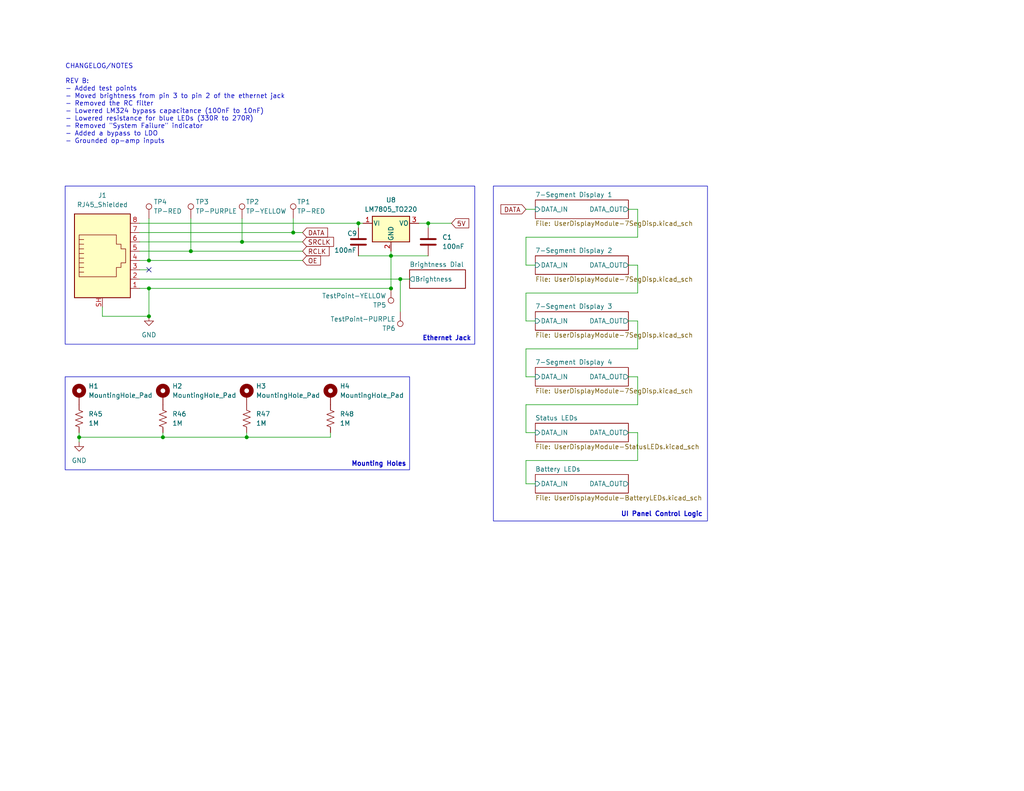
<source format=kicad_sch>
(kicad_sch (version 20231120) (generator "eeschema") (generator_version "8.0")
  (paper "USLetter")
  (title_block (title "Main") (date "2024-04-23") (rev "2"))
  (lib_symbols
    (symbol "Connector:RJ45_Shielded" (pin_names (offset 1.016))
      (property "Reference" "J" (at -5.08 13.97 0))
      (property "Value" "RJ45_Shielded" (at 2.54 13.97 0))
      (symbol "RJ45_Shielded_0_1"
        (polyline (pts (xy -5.08 4.445) (xy -6.35 4.445)))
        (polyline (pts (xy -5.08 5.715) (xy -6.35 5.715)))
        (polyline (pts (xy -6.35 -3.175) (xy -5.08 -3.175) (xy -5.08 -3.175)))
        (polyline (pts (xy -6.35 -1.905) (xy -5.08 -1.905) (xy -5.08 -1.905)))
        (polyline (pts (xy -6.35 -0.635) (xy -5.08 -0.635) (xy -5.08 -0.635)))
        (polyline (pts (xy -6.35 0.635) (xy -5.08 0.635) (xy -5.08 0.635)))
        (polyline (pts (xy -6.35 1.905) (xy -5.08 1.905) (xy -5.08 1.905)))
        (polyline (pts (xy -5.08 3.175) (xy -6.35 3.175) (xy -6.35 3.175)))
        (polyline (pts (xy -6.35 -4.445) (xy -6.35 6.985) (xy 3.81 6.985) (xy 3.81 4.445) (xy 5.08 4.445) (xy 5.08 3.175) (xy 6.35 3.175) (xy 6.35 -0.635) (xy 5.08 -0.635) (xy 5.08 -1.905) (xy 3.81 -1.905) (xy 3.81 -4.445) (xy -6.35 -4.445) (xy -6.35 -4.445)))
        (rectangle (start 7.62 12.7) (end -7.62 -10.16) (stroke (width 0.254)) (fill (type background)))
      )
      (symbol "RJ45_Shielded_1_1"
        (pin passive line (at 10.16 -7.62 180) (length 2.54) (name "~") (number "1"))
        (pin passive line (at 10.16 -5.08 180) (length 2.54) (name "~") (number "2"))
        (pin passive line (at 10.16 -2.54 180) (length 2.54) (name "~") (number "3"))
        (pin passive line (at 10.16 0 180) (length 2.54) (name "~") (number "4"))
        (pin passive line (at 10.16 2.54 180) (length 2.54) (name "~") (number "5"))
        (pin passive line (at 10.16 5.08 180) (length 2.54) (name "~") (number "6"))
        (pin passive line (at 10.16 7.62 180) (length 2.54) (name "~") (number "7"))
        (pin passive line (at 10.16 10.16 180) (length 2.54) (name "~") (number "8"))
        (pin passive line (at 0 -12.7 90) (length 2.54) (name "~") (number "SH"))
      )
    )
    (symbol "Connector:TestPoint" (pin_numbers hide) (pin_names (offset 0.762) hide)
      (property "Reference" "TP" (at 0 6.858 0))
      (property "Value" "TestPoint" (at 0 5.08 0))
      (symbol "TestPoint_0_1"
        (circle (center 0 3.302) (radius 0.762))
      )
      (symbol "TestPoint_1_1"
        (pin passive line (at 0 0 90) (length 2.54) (name "1") (number "1"))
      )
    )
    (symbol "Device:C" (pin_numbers hide) (pin_names (offset 0.254))
      (property "Reference" "C" (at 0.635 2.54 0))
      (property "Value" "C" (at 0.635 -2.54 0))
      (symbol "C_0_1"
        (polyline (pts (xy -2.032 -0.762) (xy 2.032 -0.762)) (stroke (width 0.508)))
        (polyline (pts (xy -2.032 0.762) (xy 2.032 0.762)) (stroke (width 0.508)))
      )
      (symbol "C_1_1"
        (pin passive line (at 0 3.81 270) (length 2.794) (name "~") (number "1"))
        (pin passive line (at 0 -3.81 90) (length 2.794) (name "~") (number "2"))
      )
    )
    (symbol "Device:R_US" (pin_numbers hide) (pin_names (offset 0))
      (property "Reference" "R" (at 2.54 0 90))
      (property "Value" "R_US" (at -2.54 0 90))
      (symbol "R_US_0_1"
        (polyline (pts (xy 0 -2.286) (xy 0 -2.54)))
        (polyline (pts (xy 0 2.286) (xy 0 2.54)))
        (polyline (pts (xy 0 -0.762) (xy 1.016 -1.143) (xy 0 -1.524) (xy -1.016 -1.905) (xy 0 -2.286)))
        (polyline (pts (xy 0 0.762) (xy 1.016 0.381) (xy 0 0) (xy -1.016 -0.381) (xy 0 -0.762)))
        (polyline (pts (xy 0 2.286) (xy 1.016 1.905) (xy 0 1.524) (xy -1.016 1.143) (xy 0 0.762)))
      )
      (symbol "R_US_1_1"
        (pin passive line (at 0 3.81 270) (length 1.27) (name "~") (number "1"))
        (pin passive line (at 0 -3.81 90) (length 1.27) (name "~") (number "2"))
      )
    )
    (symbol "Mechanical:MountingHole_Pad" (pin_numbers hide) (pin_names (offset 1.016) hide) (exclude_from_sim yes) (in_bom no)
      (property "Reference" "H" (at 0 6.35 0))
      (property "Value" "MountingHole_Pad" (at 0 4.445 0))
      (symbol "MountingHole_Pad_0_1"
        (circle (center 0 1.27) (radius 1.27) (stroke (width 1.27)))
      )
      (symbol "MountingHole_Pad_1_1"
        (pin input line (at 0 -2.54 90) (length 2.54) (name "1") (number "1"))
      )
    )
    (symbol "Regulator_Linear:LM7805_TO220" (pin_names (offset 0.254))
      (property "Reference" "U" (at -3.81 3.175 0))
      (property "Value" "LM7805_TO220" (at 0 3.175 0))
      (symbol "LM7805_TO220_0_1"
        (rectangle (start -5.08 1.905) (end 5.08 -5.08) (stroke (width 0.254)) (fill (type background)))
      )
      (symbol "LM7805_TO220_1_1"
        (pin power_in line (at -7.62 0 0) (length 2.54) (name "VI") (number "1"))
        (pin power_in line (at 0 -7.62 90) (length 2.54) (name "GND") (number "2"))
        (pin power_out line (at 7.62 0 180) (length 2.54) (name "VO") (number "3"))
      )
    )
    (symbol "power:GND" (power) (pin_numbers hide) (pin_names (offset 0) hide)
      (property "Value" "GND" (at 0 -3.81 0))
      (symbol "GND_0_1"
        (polyline (pts (xy 0 0) (xy 0 -1.27) (xy 1.27 -1.27) (xy 0 -2.54) (xy -1.27 -1.27) (xy 0 -1.27)))
      )
      (symbol "GND_1_1"
        (pin power_in line (at 0 0 270) (length 0) (name "~") (number "1"))
      )
    )
  )
  (junction (at 40.64 86.36))
  (junction (at 52.07 68.58))
  (junction (at 40.64 71.12))
  (junction (at 97.79 60.96))
  (junction (at 40.64 78.74))
  (junction (at 80.01 63.5))
  (junction (at 116.84 60.96))
  (junction (at 66.04 66.04))
  (junction (at 109.22 76.2))
  (junction (at 106.68 69.85))
  (junction (at 106.68 78.74))
  (junction (at 67.31 119.38))
  (junction (at 21.59 119.38))
  (junction (at 44.45 119.38))
  (no_connect (at 40.64 73.66))
  (wire (pts (xy 173.99 95.25) (xy 143.51 95.25)))
  (wire (pts (xy 143.51 64.77) (xy 143.51 72.39)))
  (wire (pts (xy 38.1 60.96) (xy 97.79 60.96)))
  (wire (pts (xy 40.64 86.36) (xy 40.64 78.74)))
  (wire (pts (xy 67.31 119.38) (xy 90.17 119.38)))
  (wire (pts (xy 173.99 57.15) (xy 173.99 64.77)))
  (wire (pts (xy 116.84 60.96) (xy 114.3 60.96)))
  (wire (pts (xy 173.99 102.87) (xy 173.99 110.49)))
  (wire (pts (xy 40.64 73.66) (xy 38.1 73.66)))
  (wire (pts (xy 44.45 119.38) (xy 67.31 119.38)))
  (wire (pts (xy 143.51 72.39) (xy 146.05 72.39)))
  (wire (pts (xy 38.1 63.5) (xy 80.01 63.5)))
  (wire (pts (xy 90.17 119.38) (xy 90.17 118.11)))
  (wire (pts (xy 116.84 60.96) (xy 116.84 62.23)))
  (wire (pts (xy 66.04 59.69) (xy 66.04 66.04)))
  (wire (pts (xy 173.99 110.49) (xy 143.51 110.49)))
  (wire (pts (xy 106.68 69.85) (xy 106.68 78.74)))
  (wire (pts (xy 38.1 66.04) (xy 66.04 66.04)))
  (wire (pts (xy 171.45 118.11) (xy 173.99 118.11)))
  (wire (pts (xy 40.64 86.36) (xy 27.94 86.36)))
  (wire (pts (xy 173.99 64.77) (xy 143.51 64.77)))
  (wire (pts (xy 44.45 119.38) (xy 44.45 118.11)))
  (wire (pts (xy 97.79 60.96) (xy 97.79 62.23)))
  (wire (pts (xy 38.1 76.2) (xy 109.22 76.2)))
  (wire (pts (xy 173.99 118.11) (xy 173.99 125.73)))
  (wire (pts (xy 21.59 119.38) (xy 21.59 120.65)))
  (wire (pts (xy 66.04 66.04) (xy 82.55 66.04)))
  (wire (pts (xy 143.51 87.63) (xy 146.05 87.63)))
  (wire (pts (xy 143.51 118.11) (xy 146.05 118.11)))
  (wire (pts (xy 143.51 132.08) (xy 146.05 132.08)))
  (wire (pts (xy 38.1 68.58) (xy 52.07 68.58)))
  (wire (pts (xy 143.51 102.87) (xy 146.05 102.87)))
  (wire (pts (xy 21.59 118.11) (xy 21.59 119.38)))
  (wire (pts (xy 97.79 69.85) (xy 106.68 69.85)))
  (wire (pts (xy 40.64 71.12) (xy 82.55 71.12)))
  (wire (pts (xy 143.51 57.15) (xy 146.05 57.15)))
  (wire (pts (xy 171.45 87.63) (xy 173.99 87.63)))
  (wire (pts (xy 27.94 83.82) (xy 27.94 86.36)))
  (wire (pts (xy 21.59 119.38) (xy 44.45 119.38)))
  (wire (pts (xy 143.51 125.73) (xy 143.51 132.08)))
  (wire (pts (xy 40.64 78.74) (xy 38.1 78.74)))
  (wire (pts (xy 97.79 60.96) (xy 99.06 60.96)))
  (wire (pts (xy 143.51 95.25) (xy 143.51 102.87)))
  (wire (pts (xy 106.68 68.58) (xy 106.68 69.85)))
  (wire (pts (xy 106.68 69.85) (xy 116.84 69.85)))
  (wire (pts (xy 40.64 59.69) (xy 40.64 71.12)))
  (wire (pts (xy 52.07 59.69) (xy 52.07 68.58)))
  (wire (pts (xy 52.07 68.58) (xy 82.55 68.58)))
  (wire (pts (xy 173.99 125.73) (xy 143.51 125.73)))
  (wire (pts (xy 171.45 72.39) (xy 173.99 72.39)))
  (wire (pts (xy 173.99 80.01) (xy 143.51 80.01)))
  (wire (pts (xy 173.99 87.63) (xy 173.99 95.25)))
  (wire (pts (xy 106.68 78.74) (xy 40.64 78.74)))
  (wire (pts (xy 143.51 80.01) (xy 143.51 87.63)))
  (wire (pts (xy 171.45 57.15) (xy 173.99 57.15)))
  (wire (pts (xy 67.31 119.38) (xy 67.31 118.11)))
  (wire (pts (xy 143.51 110.49) (xy 143.51 118.11)))
  (wire (pts (xy 80.01 63.5) (xy 82.55 63.5)))
  (wire (pts (xy 109.22 76.2) (xy 109.22 85.09)))
  (wire (pts (xy 173.99 72.39) (xy 173.99 80.01)))
  (wire (pts (xy 80.01 59.69) (xy 80.01 63.5)))
  (wire (pts (xy 123.19 60.96) (xy 116.84 60.96)))
  (wire (pts (xy 38.1 71.12) (xy 40.64 71.12)))
  (wire (pts (xy 171.45 102.87) (xy 173.99 102.87)))
  (wire (pts (xy 109.22 76.2) (xy 111.76 76.2)))
  (rectangle (start 17.78 50.8) (end 129.54 93.98))
  (rectangle (start 17.78 102.87) (end 111.76 128.27))
  (rectangle (start 134.62 50.8) (end 193.04 142.24))
  (text "Mounting Holes" (at 103.378 126.746 0) (effects (font (size 1.27 1.27) (thickness 0.254) (bold yes))))
  (text "Ethernet Jack" (at 121.92 92.456 0) (effects (font (size 1.27 1.27) (bold yes))))
  (text "UI Panel Control Logic" (at 180.594 140.462 0) (effects (font (size 1.27 1.27) (bold yes))))
  (text "CHANGELOG/NOTES\n\nREV B: \n- Added test points\n- Moved brightness from pin 3 to pin 2 of the ethernet jack\n- Removed the RC filter\n- Lowered LM324 bypass capacitance (100nF to 10nF)\n- Lowered resistance for blue LEDs (330R to 270R)\n- Removed \"System Failure\" indicator\n- Added a bypass to LDO\n- Grounded op-amp inputs" (at 17.78 39.37 0) (effects (font (size 1.27 1.27)) (justify left bottom)))
  (global_label "DATA" (shape input) (at 82.55 63.5 0) (property "Intersheetrefs" "${INTERSHEET_REFS}" (effects (hide yes))))
  (global_label "OE" (shape input) (at 82.55 71.12 0) (property "Intersheetrefs" "${INTERSHEET_REFS}" (effects (hide yes))))
  (global_label "5V" (shape input) (at 123.19 60.96 0) (property "Intersheetrefs" "${INTERSHEET_REFS}" (effects (hide yes))))
  (global_label "SRCLK" (shape input) (at 82.55 66.04 0) (property "Intersheetrefs" "${INTERSHEET_REFS}" (effects (hide yes))))
  (global_label "RCLK" (shape input) (at 82.55 68.58 0) (property "Intersheetrefs" "${INTERSHEET_REFS}" (effects (hide yes))))
  (global_label "DATA" (shape input) (at 143.51 57.15 180) (property "Intersheetrefs" "${INTERSHEET_REFS}" (effects (hide yes))))
  (symbol (lib_id "Connector:TestPoint") (at 66.04 59.69 0) (unit 1)
    (property "Reference" "TP2" (at 67.056 55.118 0) (effects (justify left)))
    (property "Value" "TP-YELLOW" (at 67.056 57.658 0) (effects (justify left)))
    (property "Footprint" "TestPoint:TestPoint_Keystone_5000-5004_Miniature" (effects (hide yes)))
    (property "Description" "test point" (effects (hide yes)))
    (property "Digikey PN" "36-5264-ND" (effects (hide yes)))
  )
  (symbol (lib_id "Device:R_US") (at 90.17 114.3 0) (unit 1)
    (property "Reference" "R48" (at 92.71 113.0299 0) (effects (justify left)))
    (property "Value" "1M" (at 92.71 115.5699 0) (effects (justify left)))
    (property "Footprint" "Resistor_SMD:R_0805_2012Metric" (effects (hide yes)))
    (property "Description" "Resistor, US symbol" (effects (hide yes)))
    (property "Digikey PN" "RMCF0805FT1M00CT-ND" (effects (hide yes)))
  )
  (symbol (lib_id "Connector:TestPoint") (at 40.64 59.69 0) (unit 1)
    (property "Reference" "TP4" (at 41.91 55.118 0) (effects (justify left)))
    (property "Value" "TP-RED" (at 41.91 57.658 0) (effects (justify left)))
    (property "Footprint" "TestPoint:TestPoint_Keystone_5000-5004_Miniature" (effects (hide yes)))
    (property "Description" "test point" (effects (hide yes)))
    (property "Digikey PN" "36-5260-ND" (effects (hide yes)))
  )
  (symbol (lib_id "Connector:TestPoint") (at 109.22 85.09 180) (unit 1)
    (property "Reference" "TP6" (at 107.95 89.662 0) (effects (justify left)))
    (property "Value" "TestPoint-PURPLE" (at 107.95 87.122 0) (effects (justify left)))
    (property "Footprint" "TestPoint:TestPoint_Keystone_5000-5004_Miniature" (effects (hide yes)))
    (property "Description" "test point" (effects (hide yes)))
    (property "Digikey PN" "36-5269-ND" (effects (hide yes)))
  )
  (symbol (lib_id "Connector:TestPoint") (at 52.07 59.69 0) (unit 1)
    (property "Reference" "TP3" (at 53.34 55.118 0) (effects (justify left)))
    (property "Value" "TP-PURPLE" (at 53.34 57.658 0) (effects (justify left)))
    (property "Footprint" "TestPoint:TestPoint_Keystone_5000-5004_Miniature" (effects (hide yes)))
    (property "Description" "test point" (effects (hide yes)))
    (property "Digikey PN" "36-5269-ND" (effects (hide yes)))
  )
  (symbol (lib_id "Device:R_US") (at 21.59 114.3 0) (unit 1)
    (property "Reference" "R45" (at 24.13 113.0299 0) (effects (justify left)))
    (property "Value" "1M" (at 24.13 115.5699 0) (effects (justify left)))
    (property "Footprint" "Resistor_SMD:R_0805_2012Metric" (effects (hide yes)))
    (property "Description" "Resistor, US symbol" (effects (hide yes)))
    (property "Digikey PN" "RMCF0805FT1M00CT-ND" (effects (hide yes)))
  )
  (symbol (lib_id "Device:R_US") (at 44.45 114.3 0) (unit 1)
    (property "Reference" "R46" (at 46.99 113.0299 0) (effects (justify left)))
    (property "Value" "1M" (at 46.99 115.5699 0) (effects (justify left)))
    (property "Footprint" "Resistor_SMD:R_0805_2012Metric" (effects (hide yes)))
    (property "Description" "Resistor, US symbol" (effects (hide yes)))
    (property "Digikey PN" "RMCF0805FT1M00CT-ND" (effects (hide yes)))
  )
  (symbol (lib_id "Device:C") (at 116.84 66.04 0) (unit 1)
    (property "Reference" "C1" (at 120.65 64.7699 0) (effects (justify left)))
    (property "Value" "100nF" (at 120.65 67.3099 0) (effects (justify left)))
    (property "Footprint" "Capacitor_SMD:C_0805_2012Metric" (effects (hide yes)))
    (property "Description" "Unpolarized capacitor" (effects (hide yes)))
  )
  (symbol (lib_id "Connector:RJ45_Shielded") (at 27.94 71.12 0) (unit 1)
    (property "Reference" "J1" (at 27.94 53.34 0))
    (property "Value" "RJ45_Shielded" (at 27.94 55.88 0))
    (property "Footprint" "Connector_RJ:RJ45_Shielded_EthernetJack" (effects (hide yes)))
    (property "Datasheet" "http://www.assmann-wsw.com/uploads/datasheets/ASS_7330_CO.pdf" (effects (hide yes)))
    (property "Description" "RJ connector, 8P8C (8 positions 8 connected), Shielded" (effects (hide yes)))
    (property "Digikey PN" "AE10399-ND" (effects (hide yes)))
  )
  (symbol (lib_id "Mechanical:MountingHole_Pad") (at 21.59 107.95 0) (unit 1) (exclude_from_sim yes) (in_bom no)
    (property "Reference" "H1" (at 24.13 105.4099 0) (effects (justify left)))
    (property "Value" "MountingHole_Pad" (at 24.13 107.9499 0) (effects (justify left)))
    (property "Footprint" "MountingHole:MountingHole_3.2mm_M3_Pad" (effects (hide yes)))
    (property "Description" "Mounting Hole with connection" (effects (hide yes)))
  )
  (symbol (lib_id "Connector:TestPoint") (at 80.01 59.69 0) (unit 1)
    (property "Reference" "TP1" (at 81.026 55.118 0) (effects (justify left)))
    (property "Value" "TP-RED" (at 81.026 57.658 0) (effects (justify left)))
    (property "Footprint" "TestPoint:TestPoint_Keystone_5000-5004_Miniature" (effects (hide yes)))
    (property "Description" "test point" (effects (hide yes)))
    (property "Digikey PN" "36-5260-ND" (effects (hide yes)))
  )
  (symbol (lib_id "power:GND") (at 40.64 86.36 0) (unit 1)
    (property "Reference" "#PWR02" (effects (hide yes)))
    (property "Value" "GND" (at 40.64 91.44 0))
    (property "Description" "Power symbol creates a global label with name \"GND\" , ground" (effects (hide yes)))
  )
  (symbol (lib_id "Device:R_US") (at 67.31 114.3 0) (unit 1)
    (property "Reference" "R47" (at 69.85 113.0299 0) (effects (justify left)))
    (property "Value" "1M" (at 69.85 115.5699 0) (effects (justify left)))
    (property "Footprint" "Resistor_SMD:R_0805_2012Metric" (effects (hide yes)))
    (property "Description" "Resistor, US symbol" (effects (hide yes)))
    (property "Digikey PN" "RMCF0805FT1M00CT-ND" (effects (hide yes)))
  )
  (symbol (lib_id "Mechanical:MountingHole_Pad") (at 90.17 107.95 0) (unit 1) (exclude_from_sim yes) (in_bom no)
    (property "Reference" "H4" (at 92.71 105.4099 0) (effects (justify left)))
    (property "Value" "MountingHole_Pad" (at 92.71 107.9499 0) (effects (justify left)))
    (property "Footprint" "MountingHole:MountingHole_3.2mm_M3_Pad" (effects (hide yes)))
    (property "Description" "Mounting Hole with connection" (effects (hide yes)))
  )
  (symbol (lib_id "Mechanical:MountingHole_Pad") (at 44.45 107.95 0) (unit 1) (exclude_from_sim yes) (in_bom no)
    (property "Reference" "H2" (at 46.99 105.4099 0) (effects (justify left)))
    (property "Value" "MountingHole_Pad" (at 46.99 107.9499 0) (effects (justify left)))
    (property "Footprint" "MountingHole:MountingHole_3.2mm_M3_Pad" (effects (hide yes)))
    (property "Description" "Mounting Hole with connection" (effects (hide yes)))
  )
  (symbol (lib_id "Mechanical:MountingHole_Pad") (at 67.31 107.95 0) (unit 1) (exclude_from_sim yes) (in_bom no)
    (property "Reference" "H3" (at 69.85 105.4099 0) (effects (justify left)))
    (property "Value" "MountingHole_Pad" (at 69.85 107.9499 0) (effects (justify left)))
    (property "Footprint" "MountingHole:MountingHole_3.2mm_M3_Pad" (effects (hide yes)))
    (property "Description" "Mounting Hole with connection" (effects (hide yes)))
  )
  (symbol (lib_id "Connector:TestPoint") (at 106.68 78.74 180) (unit 1)
    (property "Reference" "TP5" (at 105.41 83.312 0) (effects (justify left)))
    (property "Value" "TestPoint-YELLOW" (at 105.41 80.772 0) (effects (justify left)))
    (property "Footprint" "TestPoint:TestPoint_Keystone_5000-5004_Miniature" (effects (hide yes)))
    (property "Description" "test point" (effects (hide yes)))
    (property "Digikey PN" "36-5264-ND" (effects (hide yes)))
  )
  (symbol (lib_id "Regulator_Linear:LM7805_TO220") (at 106.68 60.96 0) (unit 1)
    (property "Reference" "U8" (at 106.68 54.61 0))
    (property "Value" "LM7805_TO220" (at 106.68 57.15 0))
    (property "Footprint" "Package_TO_SOT_THT:TO-220-3_Vertical" (effects (hide yes)))
    (property "Datasheet" "https://www.nisshinbo-microdevices.co.jp/en/pdf/datasheet/NJM7800_E.pdf" (effects (hide yes)))
    (property "Description" "Positive 1A 35V Linear Regulator, Fixed Output 5V, TO-220" (effects (hide yes)))
    (property "Digikey PN" "2129-NJM7805FA-ND" (effects (hide yes)))
  )
  (symbol (lib_id "Device:C") (at 97.79 66.04 0) (unit 1)
    (property "Reference" "C9" (at 94.742 63.754 0) (effects (justify left)))
    (property "Value" "100nF" (at 91.186 68.326 0) (effects (justify left)))
    (property "Footprint" "Capacitor_SMD:C_0805_2012Metric" (effects (hide yes)))
    (property "Description" "Unpolarized capacitor" (effects (hide yes)))
  )
  (symbol (lib_id "power:GND") (at 21.59 120.65 0) (unit 1)
    (property "Reference" "#PWR014" (effects (hide yes)))
    (property "Value" "GND" (at 21.59 125.73 0))
    (property "Description" "Power symbol creates a global label with name \"GND\" , ground" (effects (hide yes)))
  )
  (sheet (at 146.05 54.61) (size 25.4 5.08) (stroke (width 0.1524))
    (property "Sheetname" "7-Segment Display 1" (at 146.05 53.8984 0) (effects (justify left bottom)))
    (property "Sheetfile" "UserDisplayModule-7SegDisp.kicad_sch" (at 146.05 60.2746 0) (effects (justify left top)))
    (pin "DATA_OUT" output (at 171.45 57.15 0))
    (pin "DATA_IN" input (at 146.05 57.15 180))
  )
  (sheet (at 146.05 129.54) (size 25.4 5.08) (stroke (width 0.1524))
    (property "Sheetname" "Battery LEDs" (at 146.05 128.8284 0) (effects (justify left bottom)))
    (property "Sheetfile" "UserDisplayModule-BatteryLEDs.kicad_sch" (at 146.05 135.2046 0) (effects (justify left top)))
    (pin "DATA_IN" input (at 146.05 132.08 180))
    (pin "DATA_OUT" output (at 171.45 132.08 0))
  )
  (sheet (at 146.05 115.57) (size 25.4 5.08) (stroke (width 0.1524))
    (property "Sheetname" "Status LEDs" (at 146.05 114.8584 0) (effects (justify left bottom)))
    (property "Sheetfile" "UserDisplayModule-StatusLEDs.kicad_sch" (at 146.05 121.2346 0) (effects (justify left top)))
    (pin "DATA_IN" input (at 146.05 118.11 180))
    (pin "DATA_OUT" output (at 171.45 118.11 0))
  )
  (sheet (at 146.05 85.09) (size 25.4 5.08) (stroke (width 0.1524))
    (property "Sheetname" "7-Segment Display 3" (at 146.05 84.3784 0) (effects (justify left bottom)))
    (property "Sheetfile" "UserDisplayModule-7SegDisp.kicad_sch" (at 146.05 90.7546 0) (effects (justify left top)))
    (pin "DATA_OUT" output (at 171.45 87.63 0))
    (pin "DATA_IN" input (at 146.05 87.63 180))
  )
  (sheet (at 146.05 100.33) (size 25.4 5.08) (stroke (width 0.1524))
    (property "Sheetname" "7-Segment Display 4" (at 146.05 99.6184 0) (effects (justify left bottom)))
    (property "Sheetfile" "UserDisplayModule-7SegDisp.kicad_sch" (at 146.05 105.9946 0) (effects (justify left top)))
    (pin "DATA_OUT" output (at 171.45 102.87 0))
    (pin "DATA_IN" input (at 146.05 102.87 180))
  )
  (sheet (at 146.05 69.85) (size 25.4 5.08) (stroke (width 0.1524))
    (property "Sheetname" "7-Segment Display 2" (at 146.05 69.1384 0) (effects (justify left bottom)))
    (property "Sheetfile" "UserDisplayModule-7SegDisp.kicad_sch" (at 146.05 75.5146 0) (effects (justify left top)))
    (pin "DATA_OUT" output (at 171.45 72.39 0))
    (pin "DATA_IN" input (at 146.05 72.39 180))
  )
  (sheet (at 111.76 73.66) (size 15.24 5.08) (stroke (width 0.1524))
    (property "Sheetname" "Brightness Dial" (at 111.76 72.9484 0) (effects (justify left bottom)))
    (property "Sheetfile" "UserDisplayModule-BrightnessDial.kicad_sch" (effects (hide yes)))
    (pin "Brightness" output (at 111.76 76.2 180))
  )
)
</source>
